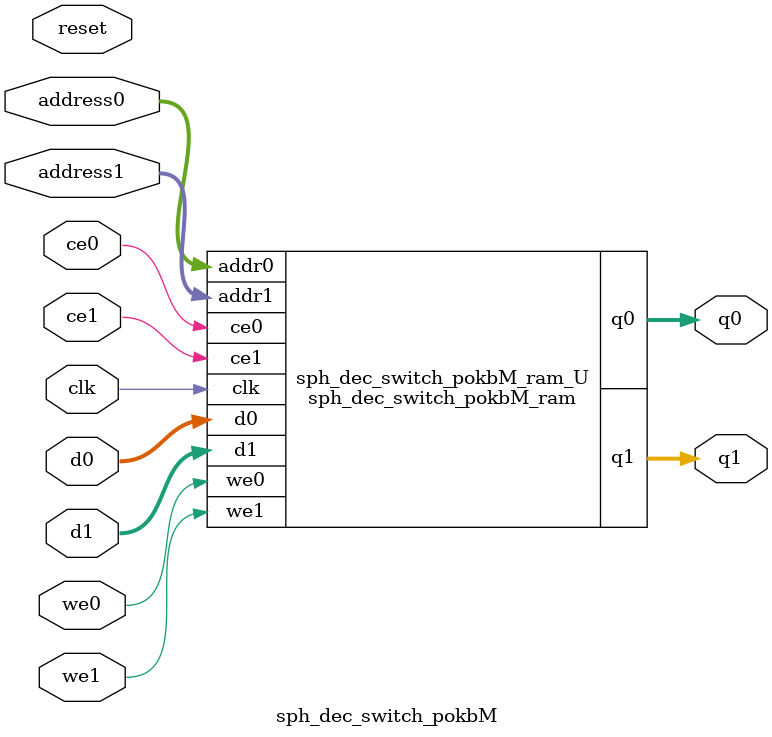
<source format=v>
`timescale 1 ns / 1 ps
module sph_dec_switch_pokbM_ram (addr0, ce0, d0, we0, q0, addr1, ce1, d1, we1, q1,  clk);

parameter DWIDTH = 32;
parameter AWIDTH = 4;
parameter MEM_SIZE = 12;

input[AWIDTH-1:0] addr0;
input ce0;
input[DWIDTH-1:0] d0;
input we0;
output reg[DWIDTH-1:0] q0;
input[AWIDTH-1:0] addr1;
input ce1;
input[DWIDTH-1:0] d1;
input we1;
output reg[DWIDTH-1:0] q1;
input clk;

(* ram_style = "block" *)reg [DWIDTH-1:0] ram[0:MEM_SIZE-1];




always @(posedge clk)  
begin 
    if (ce0) 
    begin
        if (we0) 
        begin 
            ram[addr0] <= d0; 
        end 
        q0 <= ram[addr0];
    end
end


always @(posedge clk)  
begin 
    if (ce1) 
    begin
        if (we1) 
        begin 
            ram[addr1] <= d1; 
        end 
        q1 <= ram[addr1];
    end
end


endmodule

`timescale 1 ns / 1 ps
module sph_dec_switch_pokbM(
    reset,
    clk,
    address0,
    ce0,
    we0,
    d0,
    q0,
    address1,
    ce1,
    we1,
    d1,
    q1);

parameter DataWidth = 32'd32;
parameter AddressRange = 32'd12;
parameter AddressWidth = 32'd4;
input reset;
input clk;
input[AddressWidth - 1:0] address0;
input ce0;
input we0;
input[DataWidth - 1:0] d0;
output[DataWidth - 1:0] q0;
input[AddressWidth - 1:0] address1;
input ce1;
input we1;
input[DataWidth - 1:0] d1;
output[DataWidth - 1:0] q1;



sph_dec_switch_pokbM_ram sph_dec_switch_pokbM_ram_U(
    .clk( clk ),
    .addr0( address0 ),
    .ce0( ce0 ),
    .we0( we0 ),
    .d0( d0 ),
    .q0( q0 ),
    .addr1( address1 ),
    .ce1( ce1 ),
    .we1( we1 ),
    .d1( d1 ),
    .q1( q1 ));

endmodule


</source>
